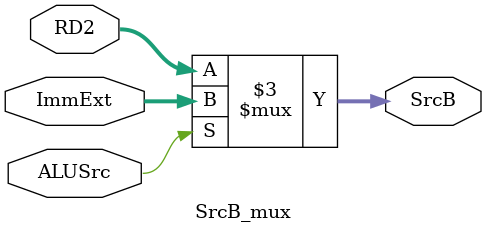
<source format=sv>
module SrcB_mux #(
    parameter W = 32,
    parameter AW = 5
)(
    input logic ALUSrc,
    input logic [W-1:0] RD2,
    input logic [W-1:0] ImmExt,

    output logic [W-1:0] SrcB

);

always_comb begin 
    if(ALUSrc) begin
        SrcB = ImmExt;
    end
    else begin 
        SrcB = RD2;
    end
end

endmodule

</source>
